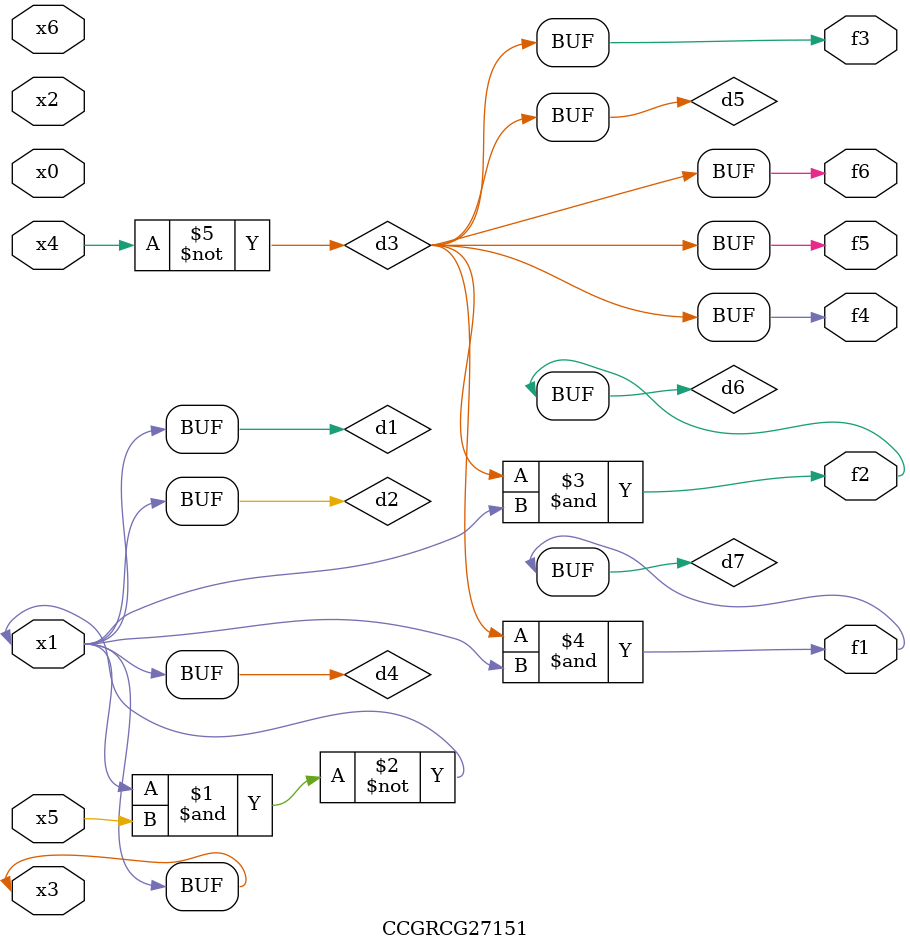
<source format=v>
module CCGRCG27151(
	input x0, x1, x2, x3, x4, x5, x6,
	output f1, f2, f3, f4, f5, f6
);

	wire d1, d2, d3, d4, d5, d6, d7;

	buf (d1, x1, x3);
	nand (d2, x1, x5);
	not (d3, x4);
	buf (d4, d1, d2);
	buf (d5, d3);
	and (d6, d3, d4);
	and (d7, d3, d4);
	assign f1 = d7;
	assign f2 = d6;
	assign f3 = d5;
	assign f4 = d5;
	assign f5 = d5;
	assign f6 = d5;
endmodule

</source>
